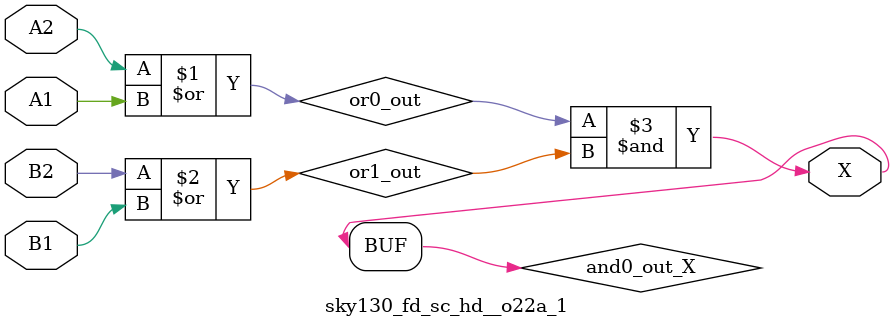
<source format=v>
/*
 * Copyright 2020 The SkyWater PDK Authors
 *
 * Licensed under the Apache License, Version 2.0 (the "License");
 * you may not use this file except in compliance with the License.
 * You may obtain a copy of the License at
 *
 *     https://www.apache.org/licenses/LICENSE-2.0
 *
 * Unless required by applicable law or agreed to in writing, software
 * distributed under the License is distributed on an "AS IS" BASIS,
 * WITHOUT WARRANTIES OR CONDITIONS OF ANY KIND, either express or implied.
 * See the License for the specific language governing permissions and
 * limitations under the License.
 *
 * SPDX-License-Identifier: Apache-2.0
*/


`ifndef SKY130_FD_SC_HD__O22A_1_FUNCTIONAL_V
`define SKY130_FD_SC_HD__O22A_1_FUNCTIONAL_V

/**
 * o22a: 2-input OR into both inputs of 2-input AND.
 *
 *       X = ((A1 | A2) & (B1 | B2))
 *
 * Verilog simulation functional model.
 */

`timescale 1ns / 1ps
`default_nettype none

`celldefine
module sky130_fd_sc_hd__o22a_1 (
    X ,
    A1,
    A2,
    B1,
    B2
);

    // Module ports
    output X ;
    input  A1;
    input  A2;
    input  B1;
    input  B2;

    // Local signals
    wire or0_out   ;
    wire or1_out   ;
    wire and0_out_X;

    //  Name  Output      Other arguments
    or  or0  (or0_out   , A2, A1          );
    or  or1  (or1_out   , B2, B1          );
    and and0 (and0_out_X, or0_out, or1_out);
    buf buf0 (X         , and0_out_X      );

endmodule
`endcelldefine

`default_nettype wire
`endif  // SKY130_FD_SC_HD__O22A_1_FUNCTIONAL_V

</source>
